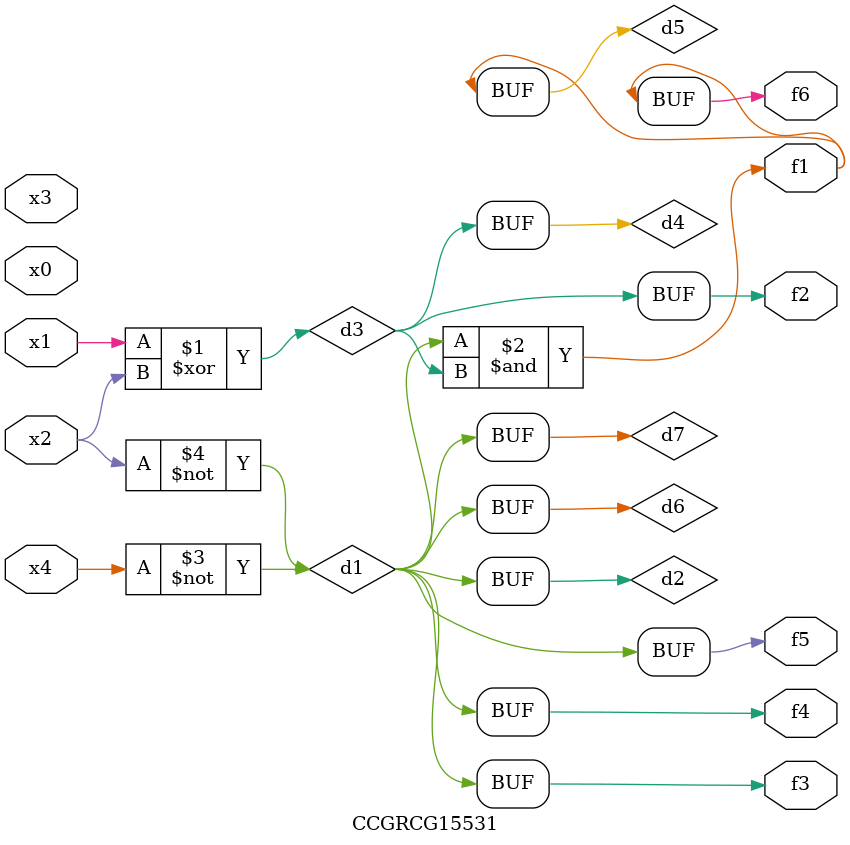
<source format=v>
module CCGRCG15531(
	input x0, x1, x2, x3, x4,
	output f1, f2, f3, f4, f5, f6
);

	wire d1, d2, d3, d4, d5, d6, d7;

	not (d1, x4);
	not (d2, x2);
	xor (d3, x1, x2);
	buf (d4, d3);
	and (d5, d1, d3);
	buf (d6, d1, d2);
	buf (d7, d2);
	assign f1 = d5;
	assign f2 = d4;
	assign f3 = d7;
	assign f4 = d7;
	assign f5 = d7;
	assign f6 = d5;
endmodule

</source>
